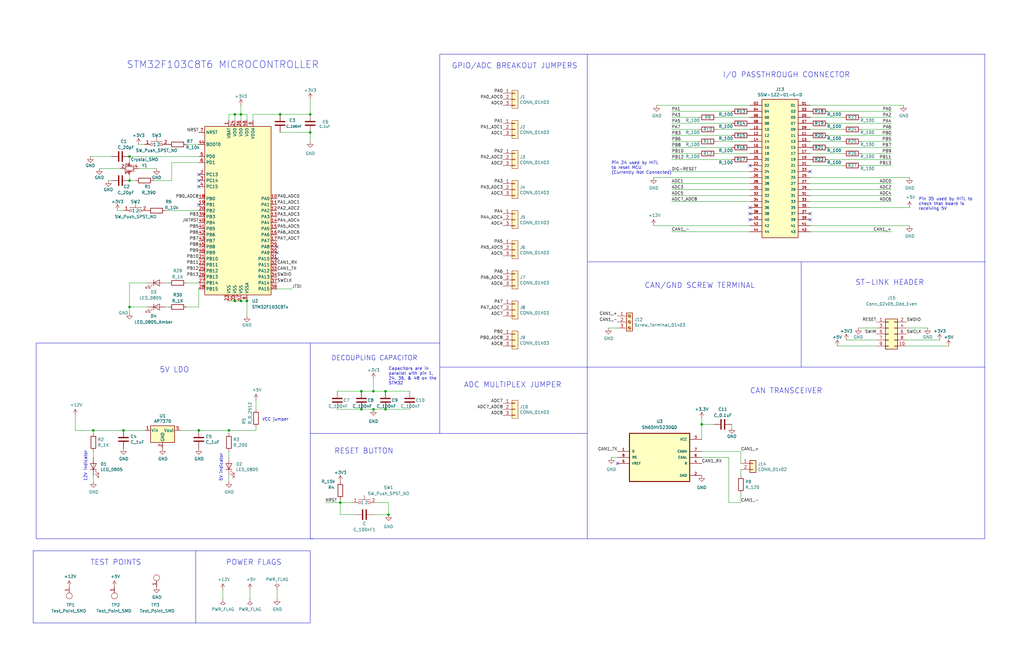
<source format=kicad_sch>
(kicad_sch (version 20230121) (generator eeschema)
  (paper "B")
  (title_block (title "Firmware Tester Board") (date "2022-02-10") (rev "1") (company "Olin Electric Motorsports") (comment 1 "Madison Tong"))
  (junction (at 101.6 127))
  (junction (at 157.48 172.72))
  (junction (at 162.56 172.72))
  (junction (at 54.61 76.2))
  (junction (at 152.4 172.72))
  (junction (at 101.6 48.26))
  (junction (at 143.51 212.09))
  (junction (at 130.81 55.88))
  (junction (at 295.91 179.07))
  (junction (at 96.52 181.61))
  (junction (at 52.07 181.61))
  (junction (at 54.61 129.54))
  (junction (at 130.81 48.26))
  (junction (at 54.61 66.04))
  (junction (at 99.06 48.26))
  (junction (at 163.83 217.17))
  (junction (at 39.37 181.61))
  (junction (at 157.48 165.1))
  (junction (at 83.82 181.61))
  (junction (at 118.11 48.26))
  (junction (at 152.4 165.1))
  (junction (at 99.06 127))
  (junction (at 104.14 127))
  (junction (at 162.56 165.1))
  (no_connect (at 341.63 90.17))
  (no_connect (at 83.82 78.74))
  (no_connect (at 83.82 76.2))
  (no_connect (at 83.82 73.66))
  (no_connect (at 341.63 92.71))
  (no_connect (at 316.23 69.85))
  (no_connect (at 341.63 72.39))
  (no_connect (at 316.23 92.71))
  (no_connect (at 316.23 87.63))
  (no_connect (at 83.82 86.36))
  (no_connect (at 116.84 109.22))
  (no_connect (at 260.35 195.58))
  (no_connect (at 116.84 106.68))
  (no_connect (at 116.84 104.14))
  (no_connect (at 316.23 90.17))
  (wire (pts (xy 62.23 119.38) (xy 54.61 119.38)))
  (wire (pts (xy 101.6 127) (xy 104.14 127)))
  (wire (pts (xy 312.42 195.58) (xy 312.42 190.5)))
  (wire (pts (xy 96.52 200.66) (xy 96.52 203.2)))
  (wire (pts (xy 118.11 55.88) (xy 130.81 55.88)))
  (wire (pts (xy 363.22 69.85) (xy 375.92 69.85)))
  (polyline (pts (xy 415.29 227.33) (xy 247.65 227.33)))
  (polyline (pts (xy 247.65 154.94) (xy 247.65 22.86)))
  (wire (pts (xy 312.42 212.09) (xy 307.34 212.09)))
  (wire (pts (xy 45.72 76.2) (xy 46.99 76.2)))
  (polyline (pts (xy 185.42 154.94) (xy 247.65 154.94)))
  (polyline (pts (xy 130.81 262.89) (xy 130.81 232.41)))
  (wire (pts (xy 39.37 182.88) (xy 39.37 181.61)))
  (wire (pts (xy 83.82 129.54) (xy 83.82 121.92)))
  (wire (pts (xy 283.21 77.47) (xy 316.23 77.47)))
  (wire (pts (xy 308.61 179.07) (xy 308.61 180.34)))
  (wire (pts (xy 341.63 69.85) (xy 355.6 69.85)))
  (wire (pts (xy 152.4 172.72) (xy 157.48 172.72)))
  (wire (pts (xy 104.14 127) (xy 104.14 133.35)))
  (wire (pts (xy 363.22 54.61) (xy 375.92 54.61)))
  (wire (pts (xy 341.63 54.61) (xy 355.6 54.61)))
  (polyline (pts (xy 415.29 154.94) (xy 415.29 227.33)))
  (wire (pts (xy 349.25 62.23) (xy 375.92 62.23)))
  (wire (pts (xy 143.51 212.09) (xy 148.59 212.09)))
  (wire (pts (xy 382.27 143.51) (xy 396.24 143.51)))
  (polyline (pts (xy 247.65 22.86) (xy 415.29 22.86)))
  (wire (pts (xy 58.42 60.96) (xy 60.96 60.96)))
  (wire (pts (xy 54.61 129.54) (xy 54.61 132.08)))
  (polyline (pts (xy 130.81 144.78) (xy 130.81 227.33)))
  (wire (pts (xy 72.39 68.58) (xy 83.82 68.58)))
  (wire (pts (xy 99.06 48.26) (xy 96.52 48.26)))
  (wire (pts (xy 106.68 48.26) (xy 118.11 48.26)))
  (polyline (pts (xy 130.81 227.33) (xy 132.08 227.33)))
  (polyline (pts (xy 247.65 110.49) (xy 415.29 110.49)))
  (wire (pts (xy 307.34 212.09) (xy 307.34 193.04)))
  (wire (pts (xy 341.63 95.25) (xy 383.54 95.25)))
  (wire (pts (xy 363.22 64.77) (xy 375.92 64.77)))
  (wire (pts (xy 96.52 190.5) (xy 96.52 193.04)))
  (wire (pts (xy 99.06 127) (xy 101.6 127)))
  (wire (pts (xy 341.63 77.47) (xy 375.92 77.47)))
  (wire (pts (xy 106.68 50.8) (xy 106.68 48.26)))
  (wire (pts (xy 78.74 60.96) (xy 83.82 60.96)))
  (polyline (pts (xy 185.42 144.78) (xy 130.81 144.78)))
  (polyline (pts (xy 185.42 22.86) (xy 185.42 182.88)))
  (wire (pts (xy 162.56 165.1) (xy 157.48 165.1)))
  (wire (pts (xy 99.06 48.26) (xy 101.6 48.26)))
  (wire (pts (xy 57.15 76.2) (xy 54.61 76.2)))
  (wire (pts (xy 349.25 57.15) (xy 375.92 57.15)))
  (wire (pts (xy 162.56 172.72) (xy 172.72 172.72)))
  (wire (pts (xy 361.95 138.43) (xy 369.57 138.43)))
  (wire (pts (xy 72.39 76.2) (xy 72.39 68.58)))
  (polyline (pts (xy 130.81 182.88) (xy 185.42 182.88)))
  (wire (pts (xy 69.85 119.38) (xy 71.12 119.38)))
  (wire (pts (xy 312.42 208.28) (xy 312.42 212.09)))
  (wire (pts (xy 341.63 87.63) (xy 383.54 87.63)))
  (wire (pts (xy 69.85 88.9) (xy 83.82 88.9)))
  (wire (pts (xy 107.95 181.61) (xy 107.95 180.34)))
  (wire (pts (xy 283.21 67.31) (xy 308.61 67.31)))
  (wire (pts (xy 275.59 74.93) (xy 316.23 74.93)))
  (wire (pts (xy 295.91 176.53) (xy 295.91 179.07)))
  (wire (pts (xy 302.26 59.69) (xy 316.23 59.69)))
  (wire (pts (xy 101.6 48.26) (xy 104.14 48.26)))
  (wire (pts (xy 341.63 59.69) (xy 355.6 59.69)))
  (wire (pts (xy 54.61 66.04) (xy 54.61 68.58)))
  (polyline (pts (xy 15.24 144.78) (xy 130.81 144.78)))
  (wire (pts (xy 349.25 46.99) (xy 375.92 46.99)))
  (wire (pts (xy 276.86 44.45) (xy 316.23 44.45)))
  (wire (pts (xy 283.21 52.07) (xy 308.61 52.07)))
  (polyline (pts (xy 415.29 154.94) (xy 247.65 154.94)))
  (wire (pts (xy 118.11 48.26) (xy 130.81 48.26)))
  (wire (pts (xy 163.83 212.09) (xy 163.83 217.17)))
  (wire (pts (xy 107.95 168.91) (xy 107.95 172.72)))
  (wire (pts (xy 283.21 54.61) (xy 294.64 54.61)))
  (wire (pts (xy 162.56 165.1) (xy 172.72 165.1)))
  (wire (pts (xy 312.42 198.12) (xy 312.42 200.66)))
  (polyline (pts (xy 247.65 22.86) (xy 185.42 22.86)))
  (wire (pts (xy 143.51 217.17) (xy 149.86 217.17)))
  (polyline (pts (xy 82.55 232.41) (xy 82.55 262.89)))
  (wire (pts (xy 143.51 210.82) (xy 143.51 212.09)))
  (wire (pts (xy 76.2 181.61) (xy 83.82 181.61)))
  (wire (pts (xy 60.96 181.61) (xy 52.07 181.61)))
  (wire (pts (xy 104.14 48.26) (xy 104.14 50.8)))
  (polyline (pts (xy 13.97 262.89) (xy 130.81 262.89)))
  (wire (pts (xy 341.63 97.79) (xy 375.92 97.79)))
  (wire (pts (xy 152.4 165.1) (xy 157.48 165.1)))
  (wire (pts (xy 69.85 129.54) (xy 71.12 129.54)))
  (wire (pts (xy 157.48 217.17) (xy 163.83 217.17)))
  (wire (pts (xy 283.21 72.39) (xy 316.23 72.39)))
  (polyline (pts (xy 129.54 232.41) (xy 13.97 232.41)))
  (wire (pts (xy 353.06 146.05) (xy 369.57 146.05)))
  (wire (pts (xy 130.81 55.88) (xy 130.81 59.69)))
  (wire (pts (xy 157.48 160.02) (xy 157.48 165.1)))
  (wire (pts (xy 39.37 200.66) (xy 39.37 203.2)))
  (polyline (pts (xy 415.29 22.86) (xy 415.29 154.94)))
  (wire (pts (xy 157.48 172.72) (xy 162.56 172.72)))
  (wire (pts (xy 349.25 52.07) (xy 375.92 52.07)))
  (wire (pts (xy 312.42 190.5) (xy 295.91 190.5)))
  (polyline (pts (xy 337.82 110.49) (xy 337.82 154.94)))
  (wire (pts (xy 78.74 129.54) (xy 83.82 129.54)))
  (wire (pts (xy 62.23 129.54) (xy 54.61 129.54)))
  (wire (pts (xy 341.63 64.77) (xy 355.6 64.77)))
  (wire (pts (xy 96.52 182.88) (xy 96.52 181.61)))
  (wire (pts (xy 283.21 85.09) (xy 316.23 85.09)))
  (wire (pts (xy 66.04 71.12) (xy 58.42 71.12)))
  (wire (pts (xy 49.53 88.9) (xy 52.07 88.9)))
  (wire (pts (xy 283.21 49.53) (xy 294.64 49.53)))
  (wire (pts (xy 46.99 66.04) (xy 38.1 66.04)))
  (wire (pts (xy 283.21 62.23) (xy 308.61 62.23)))
  (wire (pts (xy 341.63 74.93) (xy 383.54 74.93)))
  (wire (pts (xy 355.6 49.53) (xy 341.63 49.53)))
  (wire (pts (xy 78.74 119.38) (xy 83.82 119.38)))
  (wire (pts (xy 54.61 66.04) (xy 83.82 66.04)))
  (polyline (pts (xy 15.24 144.78) (xy 15.24 227.33)))
  (wire (pts (xy 130.81 48.26) (xy 130.81 41.91)))
  (wire (pts (xy 143.51 212.09) (xy 143.51 217.17)))
  (wire (pts (xy 39.37 190.5) (xy 39.37 193.04)))
  (wire (pts (xy 93.98 248.92) (xy 93.98 252.73)))
  (wire (pts (xy 382.27 138.43) (xy 391.16 138.43)))
  (wire (pts (xy 101.6 44.45) (xy 101.6 48.26)))
  (wire (pts (xy 142.24 172.72) (xy 152.4 172.72)))
  (wire (pts (xy 382.27 146.05) (xy 400.05 146.05)))
  (polyline (pts (xy 185.42 182.88) (xy 247.65 182.88)))
  (wire (pts (xy 163.83 212.09) (xy 158.75 212.09)))
  (wire (pts (xy 307.34 193.04) (xy 295.91 193.04)))
  (wire (pts (xy 31.75 181.61) (xy 31.75 175.26)))
  (wire (pts (xy 295.91 179.07) (xy 295.91 185.42)))
  (wire (pts (xy 283.21 64.77) (xy 294.64 64.77)))
  (wire (pts (xy 39.37 181.61) (xy 52.07 181.61)))
  (polyline (pts (xy 130.81 232.41) (xy 129.54 232.41)))
  (wire (pts (xy 96.52 127) (xy 99.06 127)))
  (wire (pts (xy 283.21 46.99) (xy 308.61 46.99)))
  (wire (pts (xy 275.59 95.25) (xy 316.23 95.25)))
  (wire (pts (xy 363.22 49.53) (xy 375.92 49.53)))
  (wire (pts (xy 123.19 121.92) (xy 116.84 121.92)))
  (wire (pts (xy 356.87 143.51) (xy 369.57 143.51)))
  (wire (pts (xy 341.63 80.01) (xy 375.92 80.01)))
  (wire (pts (xy 99.06 50.8) (xy 99.06 48.26)))
  (wire (pts (xy 283.21 80.01) (xy 316.23 80.01)))
  (wire (pts (xy 101.6 48.26) (xy 101.6 50.8)))
  (wire (pts (xy 302.26 49.53) (xy 316.23 49.53)))
  (polyline (pts (xy 247.65 227.33) (xy 247.65 154.94)))
  (wire (pts (xy 341.63 44.45) (xy 381 44.45)))
  (wire (pts (xy 283.21 59.69) (xy 294.64 59.69)))
  (wire (pts (xy 363.22 59.69) (xy 375.92 59.69)))
  (wire (pts (xy 341.63 82.55) (xy 375.92 82.55)))
  (wire (pts (xy 83.82 181.61) (xy 96.52 181.61)))
  (wire (pts (xy 96.52 181.61) (xy 107.95 181.61)))
  (wire (pts (xy 283.21 57.15) (xy 308.61 57.15)))
  (wire (pts (xy 302.26 64.77) (xy 316.23 64.77)))
  (wire (pts (xy 116.84 248.92) (xy 116.84 252.73)))
  (wire (pts (xy 137.16 212.09) (xy 143.51 212.09)))
  (wire (pts (xy 105.41 252.73) (xy 105.41 248.92)))
  (wire (pts (xy 283.21 97.79) (xy 316.23 97.79)))
  (wire (pts (xy 54.61 119.38) (xy 54.61 129.54)))
  (wire (pts (xy 295.91 179.07) (xy 300.99 179.07)))
  (wire (pts (xy 341.63 85.09) (xy 375.92 85.09)))
  (wire (pts (xy 50.8 71.12) (xy 41.91 71.12)))
  (wire (pts (xy 142.24 165.1) (xy 152.4 165.1)))
  (wire (pts (xy 54.61 73.66) (xy 54.61 76.2)))
  (wire (pts (xy 349.25 67.31) (xy 375.92 67.31)))
  (wire (pts (xy 64.77 76.2) (xy 72.39 76.2)))
  (wire (pts (xy 260.35 193.04) (xy 257.81 193.04)))
  (wire (pts (xy 96.52 48.26) (xy 96.52 50.8)))
  (polyline (pts (xy 13.97 232.41) (xy 13.97 262.89)))
  (wire (pts (xy 283.21 82.55) (xy 316.23 82.55)))
  (polyline (pts (xy 15.24 227.33) (xy 247.65 227.33)))
  (wire (pts (xy 31.75 181.61) (xy 39.37 181.61)))
  (wire (pts (xy 302.26 54.61) (xy 316.23 54.61)))
  (wire (pts (xy 256.54 138.43) (xy 260.35 138.43)))
  (text "5V LDO" (at 67.31 157.48 0) (effects (font (size 2.2606 2.2606)) (justify left bottom)))
  (text "ADC MULTIPLEX JUMPER" (at 195.58 163.83 0) (effects (font (size 2.2606 2.2606)) (justify left bottom)))
  (text "CAN/GND SCREW TERMINAL" (at 271.78 121.92 0) (effects (font (size 2.2606 2.2606)) (justify left bottom)))
  (text "Capacitors are in \nparallel with pin 1,\n24, 36, & 48 on the \nSTM32\n" (at 163.83 162.56 0) (effects (font (size 1.27 1.27)) (justify left bottom)))
  (text "ST-LINK HEADER" (at 360.68 120.65 0) (effects (font (size 2.2606 2.2606)) (justify left bottom)))
  (text "Pin 24 used by HITL\nto reset MCU\n(Currently Not Connected)\n" (at 257.81 73.66 0) (effects (font (size 1.27 1.27)) (justify left bottom)))
  (text "TEST POINTS" (at 38.1 238.76 0) (effects (font (size 2.2606 2.2606)) (justify left bottom)))
  (text "CAN TRANSCEIVER\n" (at 316.23 166.37 0) (effects (font (size 2.2606 2.2606)) (justify left bottom)))
  (text "GPIO/ADC BREAKOUT JUMPERS" (at 190.5 29.21 0) (effects (font (size 2.2606 2.2606)) (justify left bottom)))
  (text "I/O PASSTHROUGH CONNECTOR" (at 304.8 33.02 0) (effects (font (size 2.2606 2.2606)) (justify left bottom)))
  (text "Pin 35 used by HITL to\ncheck that board is\nreceiving 5V" (at 387.35 88.9 0) (effects (font (size 1.27 1.27)) (justify left bottom)))
  (text "POWER FLAGS\n" (at 95.25 238.76 0) (effects (font (size 2.2606 2.2606)) (justify left bottom)))
  (text "5V indicator" (at 93.98 203.2 90) (effects (font (size 1.27 1.27)) (justify left bottom)))
  (text "STM32F103C8T6 MICROCONTROLLER\n" (at 53.34 29.21 0) (effects (font (size 3 3)) (justify left bottom)))
  (text "VCC jumper" (at 110.49 177.8 0) (effects (font (size 1.27 1.27)) (justify left bottom)))
  (text "DECOUPLING CAPACITOR" (at 139.7 152.4 0) (effects (font (size 2 2)) (justify left bottom)))
  (text "RESET BUTTON" (at 140.97 191.77 0) (effects (font (size 2.2606 2.2606)) (justify left bottom)))
  (text "12V indicator" (at 36.83 203.2 90) (effects (font (size 1.27 1.27)) (justify left bottom)))
  (label "PB5" (at 83.82 96.52 180))
  (label "PA4_ADC4" (at 116.84 93.98 0))
  (label "ADC1" (at 283.21 77.47 0))
  (label "PA0_ADC0" (at 116.84 83.82 0))
  (label "PA1_ADC1" (at 116.84 86.36 0))
  (label "CAN1_RX" (at 295.91 195.58 0))
  (label "ADC4" (at 375.92 82.55 180))
  (label "PA1" (at 283.21 46.99 0))
  (label "DIG-RESET" (at 283.21 72.39 0))
  (label "NRST" (at 83.82 55.88 180))
  (label "PA2_ADC2" (at 212.09 67.31 180))
  (label "ADC0" (at 212.09 44.45 180))
  (label "ADC0" (at 375.92 77.47 180))
  (label "PA6_ADC6" (at 116.84 99.06 0))
  (label "PB6" (at 83.82 99.06 180))
  (label "SWCLK" (at 382.27 140.97 0))
  (label "CAN1_-" (at 312.42 212.09 0))
  (label "PB3" (at 83.82 91.44 180))
  (label "JNTRST" (at 83.82 93.98 180))
  (label "CAN1_-" (at 283.21 97.79 0))
  (label "PA0_ADC0" (at 212.09 41.91 180))
  (label "PA5" (at 212.09 102.87 180))
  (label "ADC7_ADC8" (at 283.21 85.09 0))
  (label "PB13" (at 83.82 116.84 180))
  (label "PB10" (at 83.82 109.22 180))
  (label "ADC2" (at 375.92 80.01 180))
  (label "ADC7" (at 212.09 170.18 180))
  (label "NRST" (at 137.16 212.09 0))
  (label "ADC8" (at 212.09 175.26 180))
  (label "PB11" (at 83.82 111.76 180))
  (label "RESET" (at 369.57 135.89 180))
  (label "CAN1_+" (at 375.92 97.79 180))
  (label "SWDIO" (at 116.84 116.84 0))
  (label "PB0" (at 212.09 140.97 180))
  (label "PB10" (at 283.21 64.77 0))
  (label "PA3" (at 283.21 49.53 0))
  (label "PB0_ADC8" (at 83.82 83.82 180))
  (label "ADC7" (at 212.09 133.35 180))
  (label "PB9" (at 375.92 64.77 180))
  (label "PB0_ADC8" (at 212.09 143.51 180))
  (label "PA4_ADC4" (at 212.09 92.71 180))
  (label "PA7" (at 212.09 128.27 180))
  (label "PB12" (at 83.82 114.3 180))
  (label "PA2" (at 375.92 49.53 180))
  (label "PA5_ADC5" (at 116.84 96.52 0))
  (label "ADC1" (at 212.09 57.15 180))
  (label "SWDIO" (at 382.27 135.89 0))
  (label "PA6" (at 375.92 54.61 180))
  (label "PA5" (at 283.21 52.07 0))
  (label "SWIM" (at 369.57 140.97 180))
  (label "PB9" (at 83.82 106.68 180))
  (label "JTDI" (at 123.19 121.92 0))
  (label "PA1_ADC1" (at 212.09 54.61 180))
  (label "PB0" (at 375.92 57.15 180))
  (label "PB5" (at 375.92 59.69 180))
  (label "PB8" (at 283.21 62.23 0))
  (label "PB12" (at 283.21 67.31 0))
  (label "PA2" (at 212.09 64.77 180))
  (label "PB7" (at 375.92 62.23 180))
  (label "CAN1_RX" (at 116.84 111.76 0))
  (label "ADC4" (at 212.09 95.25 180))
  (label "PA0" (at 375.92 46.99 180))
  (label "PA6_ADC6" (at 212.09 118.11 180))
  (label "PA0" (at 212.09 39.37 180))
  (label "CAN1_-" (at 260.35 135.89 180))
  (label "SWCLK" (at 116.84 119.38 0))
  (label "PA3" (at 212.09 77.47 180))
  (label "ADC6" (at 212.09 120.65 180))
  (label "PA7" (at 283.21 54.61 0))
  (label "PA4" (at 212.09 90.17 180))
  (label "ADC5" (at 212.09 107.95 180))
  (label "CAN1_TX" (at 260.35 190.5 180))
  (label "ADC5" (at 283.21 82.55 0))
  (label "PB3" (at 283.21 57.15 0))
  (label "PA3_ADC3" (at 212.09 80.01 180))
  (label "PB11" (at 375.92 67.31 180))
  (label "PA7_ADC7" (at 116.84 101.6 0))
  (label "PA5_ADC5" (at 212.09 105.41 180) (effects (font italic)))
  (label "ADC6" (at 375.92 85.09 180))
  (label "CAN1_+" (at 260.35 133.35 180))
  (label "ADC3" (at 283.21 80.01 0))
  (label "PA1" (at 212.09 52.07 180))
  (label "PA4" (at 375.92 52.07 180))
  (label "PB7" (at 83.82 101.6 180))
  (label "ADC2" (at 212.09 69.85 180))
  (label "PA2_ADC2" (at 116.84 88.9 0))
  (label "PA7_ADC7" (at 212.09 130.81 180))
  (label "PB6" (at 283.21 59.69 0))
  (label "CAN1_+" (at 312.42 190.5 0))
  (label "PA6" (at 212.09 115.57 180))
  (label "ADC8" (at 212.09 146.05 180))
  (label "ADC7_ADC8" (at 212.09 172.72 180))
  (label "PA3_ADC3" (at 116.84 91.44 0))
  (label "PB8" (at 83.82 104.14 180))
  (label "ADC3" (at 212.09 82.55 180))
  (label "CAN1_TX" (at 116.84 114.3 0))
  (label "PB13" (at 375.92 69.85 180))
  (symbol (lib_id "power:GND") (at 116.84 252.73 0) (unit 1)
    (property "Reference" "#PWR031" (effects hide))
    (property "Value" "GND" (at 116.967 257.1242 0))
  )
  (symbol (lib_id "power:PWR_FLAG") (at 93.98 252.73 180) (unit 1)
    (property "Reference" "#FLG01" (effects hide))
    (property "Value" "PWR_FLAG" (at 93.98 257.1496 0))
  )
  (symbol (lib_id "power:PWR_FLAG") (at 105.41 252.73 180) (unit 1)
    (property "Reference" "#FLG02" (effects hide))
    (property "Value" "PWR_FLAG" (at 105.41 257.1496 0))
  )
  (symbol (lib_id "power:PWR_FLAG") (at 116.84 248.92 0) (unit 1)
    (property "Reference" "#FLG03" (effects hide))
    (property "Value" "PWR_FLAG" (at 116.84 244.5004 0))
  )
  (symbol (lib_id "power:+5V") (at 105.41 248.92 0) (unit 1)
    (property "Reference" "#PWR030" (effects hide))
    (property "Value" "+5V" (at 105.791 244.5258 0))
  )
  (symbol (lib_id "formula:CONN_01X03") (at 218.44 80.01 0) (unit 1)
    (property "Reference" "J4" (at 219.1512 78.9686 0) (effects (justify left)))
    (property "Value" "CONN_01X03" (at 219.1512 81.28 0) (effects (justify left)))
    (property "Footprint" "footprints:PinHeader_1x03_P2.54mm_Vertical" (effects hide))
    (property "Datasheet" "https://www.mouser.com/datasheet/2/181/M20-999-1218971.pdf" (effects hide))
    (property "MFN" "Mouser" (effects hide))
    (property "MPN" "855-M20-9990346" (effects hide))
    (property "PurchasingLink" "https://www.mouser.com/ProductDetail/Harwin/M20-9990346?qs=sGAEpiMZZMs%252bGHln7q6pmzlZUuX%2f53qj1ROyRKct5o4%3d" (effects hide))
  )
  (symbol (lib_id "formula:CONN_01X03") (at 218.44 92.71 0) (unit 1)
    (property "Reference" "J5" (at 219.1512 91.6686 0) (effects (justify left)))
    (property "Value" "CONN_01X03" (at 219.1512 93.98 0) (effects (justify left)))
    (property "Footprint" "footprints:PinHeader_1x03_P2.54mm_Vertical" (effects hide))
    (property "Datasheet" "https://www.mouser.com/datasheet/2/181/M20-999-1218971.pdf" (effects hide))
    (property "MFN" "Mouser" (effects hide))
    (property "MPN" "855-M20-9990346" (effects hide))
    (property "PurchasingLink" "https://www.mouser.com/ProductDetail/Harwin/M20-9990346?qs=sGAEpiMZZMs%252bGHln7q6pmzlZUuX%2f53qj1ROyRKct5o4%3d" (effects hide))
  )
  (symbol (lib_id "formula:CONN_01X03") (at 218.44 105.41 0) (unit 1)
    (property "Reference" "J6" (at 219.1512 104.3686 0) (effects (justify left)))
    (property "Value" "CONN_01X03" (at 219.1512 106.68 0) (effects (justify left)))
    (property "Footprint" "footprints:PinHeader_1x03_P2.54mm_Vertical" (effects hide))
    (property "Datasheet" "https://www.mouser.com/datasheet/2/181/M20-999-1218971.pdf" (effects hide))
    (property "MFN" "Mouser" (effects hide))
    (property "MPN" "855-M20-9990346" (effects hide))
    (property "PurchasingLink" "https://www.mouser.com/ProductDetail/Harwin/M20-9990346?qs=sGAEpiMZZMs%252bGHln7q6pmzlZUuX%2f53qj1ROyRKct5o4%3d" (effects hide))
  )
  (symbol (lib_id "formula:CONN_01X03") (at 218.44 67.31 0) (unit 1)
    (property "Reference" "J3" (at 219.1512 66.2686 0) (effects (justify left)))
    (property "Value" "CONN_01X03" (at 219.1512 68.58 0) (effects (justify left)))
    (property "Footprint" "footprints:PinHeader_1x03_P2.54mm_Vertical" (effects hide))
    (property "Datasheet" "https://www.mouser.com/datasheet/2/181/M20-999-1218971.pdf" (effects hide))
    (property "MFN" "Mouser" (effects hide))
    (property "MPN" "855-M20-9990346" (effects hide))
    (property "PurchasingLink" "https://www.mouser.com/ProductDetail/Harwin/M20-9990346?qs=sGAEpiMZZMs%252bGHln7q6pmzlZUuX%2f53qj1ROyRKct5o4%3d" (effects hide))
  )
  (symbol (lib_id "formula:CONN_01X03") (at 218.44 118.11 0) (unit 1)
    (property "Reference" "J7" (at 219.1512 117.0686 0) (effects (justify left)))
    (property "Value" "CONN_01X03" (at 219.1512 119.38 0) (effects (justify left)))
    (property "Footprint" "footprints:PinHeader_1x03_P2.54mm_Vertical" (effects hide))
    (property "Datasheet" "https://www.mouser.com/datasheet/2/181/M20-999-1218971.pdf" (effects hide))
    (property "MFN" "Mouser" (effects hide))
    (property "MPN" "855-M20-9990346" (effects hide))
    (property "PurchasingLink" "https://www.mouser.com/ProductDetail/Harwin/M20-9990346?qs=sGAEpiMZZMs%252bGHln7q6pmzlZUuX%2f53qj1ROyRKct5o4%3d" (effects hide))
  )
  (symbol (lib_id "formula:CONN_01X03") (at 218.44 130.81 0) (unit 1)
    (property "Reference" "J8" (at 219.1512 129.7686 0) (effects (justify left)))
    (property "Value" "CONN_01X03" (at 219.1512 132.08 0) (effects (justify left)))
    (property "Footprint" "footprints:PinHeader_1x03_P2.54mm_Vertical" (effects hide))
    (property "Datasheet" "https://www.mouser.com/datasheet/2/181/M20-999-1218971.pdf" (effects hide))
    (property "MFN" "Mouser" (effects hide))
    (property "MPN" "855-M20-9990346" (effects hide))
    (property "PurchasingLink" "https://www.mouser.com/ProductDetail/Harwin/M20-9990346?qs=sGAEpiMZZMs%252bGHln7q6pmzlZUuX%2f53qj1ROyRKct5o4%3d" (effects hide))
  )
  (symbol (lib_id "formula:CONN_01X03") (at 218.44 143.51 0) (unit 1)
    (property "Reference" "J9" (at 219.1512 142.4686 0) (effects (justify left)))
    (property "Value" "CONN_01X03" (at 219.1512 144.78 0) (effects (justify left)))
    (property "Footprint" "footprints:PinHeader_1x03_P2.54mm_Vertical" (effects hide))
    (property "Datasheet" "https://www.mouser.com/datasheet/2/181/M20-999-1218971.pdf" (effects hide))
    (property "MFN" "Mouser" (effects hide))
    (property "MPN" "855-M20-9990346" (effects hide))
    (property "PurchasingLink" "https://www.mouser.com/ProductDetail/Harwin/M20-9990346?qs=sGAEpiMZZMs%252bGHln7q6pmzlZUuX%2f53qj1ROyRKct5o4%3d" (effects hide))
  )
  (symbol (lib_id "formula:CONN_01X03") (at 218.44 41.91 0) (unit 1)
    (property "Reference" "J1" (at 219.1512 40.8686 0) (effects (justify left)))
    (property "Value" "CONN_01X03" (at 219.1512 43.18 0) (effects (justify left)))
    (property "Footprint" "footprints:PinHeader_1x03_P2.54mm_Vertical" (effects hide))
    (property "Datasheet" "https://www.mouser.com/datasheet/2/181/M20-999-1218971.pdf" (effects hide))
    (property "MFN" "Mouser" (effects hide))
    (property "MPN" "855-M20-9990346" (effects hide))
    (property "PurchasingLink" "https://www.mouser.com/ProductDetail/Harwin/M20-9990346?qs=sGAEpiMZZMs%252bGHln7q6pmzlZUuX%2f53qj1ROyRKct5o4%3d" (effects hide))
  )
  (symbol (lib_id "Connector:Screw_Terminal_01x03") (at 265.43 135.89 0) (unit 1)
    (property "Reference" "J12" (at 267.462 134.8232 0) (effects (justify left)))
    (property "Value" "Screw_Terminal_01x03" (at 267.462 137.1346 0) (effects (justify left)))
    (property "Footprint" "TerminalBlock_Phoenix:TerminalBlock_Phoenix_MKDS-1,5-3_1x03_P5.00mm_Horizontal" (effects hide))
  )
  (symbol (lib_id "power:GND") (at 256.54 138.43 0) (unit 1)
    (property "Reference" "#PWR026" (effects hide))
    (property "Value" "GND" (at 256.667 142.8242 0))
  )
  (symbol (lib_id "formula:SW_Push_SPST_NO") (at 153.67 212.09 0) (unit 1)
    (property "Reference" "SW1" (at 163.83 205.74 0))
    (property "Value" "SW_Push_SPST_NO" (at 163.83 208.28 0))
    (property "Footprint" "footprints:SW_B3U-1000P_4.2x1.7mm" (effects hide))
    (property "Datasheet" "https://omronfs.omron.com/en_US/ecb/products/pdf/en-b3u.pdf" (effects hide))
    (property "MFN" "DK" (effects hide))
    (property "MPN" "SW1020CT-ND" (effects hide))
    (property "PurchasingLink" "https://www.digikey.com/product-detail/en/omron-electronics-inc-emc-div/B3U-1000P/SW1020CT-ND/1534357A" (effects hide))
  )
  (symbol (lib_id "formula:CONN_01X03") (at 218.44 54.61 0) (unit 1)
    (property "Reference" "J2" (at 219.1512 53.5686 0) (effects (justify left)))
    (property "Value" "CONN_01X03" (at 219.1512 55.88 0) (effects (justify left)))
    (property "Footprint" "footprints:PinHeader_1x03_P2.54mm_Vertical" (effects hide))
    (property "Datasheet" "https://www.mouser.com/datasheet/2/181/M20-999-1218971.pdf" (effects hide))
    (property "MFN" "Mouser" (effects hide))
    (property "MPN" "855-M20-9990346" (effects hide))
    (property "PurchasingLink" "https://www.mouser.com/ProductDetail/Harwin/M20-9990346?qs=sGAEpiMZZMs%252bGHln7q6pmzlZUuX%2f53qj1ROyRKct5o4%3d" (effects hide))
  )
  (symbol (lib_id "formula:SSW-122-01-G-D") (at 328.93 72.39 0) (unit 1)
    (property "Reference" "J13" (at 328.93 37.6682 0))
    (property "Value" "SSW-122-01-G-D" (at 328.93 39.9796 0))
    (property "Footprint" "footprints:SAMTEC_SSW-122-01-G-D" (effects hide))
    (property "Datasheet" "http://suddendocs.samtec.com/prints/ssw-d.pdf" (effects hide))
    (property "MFN" "Würth Elektronik" (effects hide))
    (property "MPN" "61304421121" (effects hide))
    (property "PurchasingLink" "https://www.digikey.com/en/products/detail/w%C3%BCrth-elektronik/61304421121/4846887" (effects hide))
  )
  (symbol (lib_id "power:GND") (at 276.86 44.45 0) (unit 1)
    (property "Reference" "#PWR028" (effects hide))
    (property "Value" "GND" (at 276.987 48.8442 0))
  )
  (symbol (lib_id "power:GND") (at 381 44.45 0) (unit 1)
    (property "Reference" "#PWR035" (effects hide))
    (property "Value" "GND" (at 381.127 48.8442 0))
  )
  (symbol (lib_id "power:GND") (at 275.59 74.93 0) (unit 1)
    (property "Reference" "#PWR024" (effects hide))
    (property "Value" "GND" (at 275.717 79.3242 0))
  )
  (symbol (lib_id "power:GND") (at 383.54 74.93 0) (unit 1)
    (property "Reference" "#PWR036" (effects hide))
    (property "Value" "GND" (at 383.667 79.3242 0))
  )
  (symbol (lib_id "formula:AP7370") (at 68.58 181.61 0) (unit 1)
    (property "Reference" "U1" (at 68.58 175.4632 0))
    (property "Value" "AP7370" (at 68.58 177.7746 0))
    (property "Footprint" "footprints:SOT-23-5" (effects hide))
    (property "Datasheet" "https://www.diodes.com/assets/Datasheets/AP7370.pdf" (effects hide))
    (property "MFN" "DK" (effects hide))
    (property "MPN" "AP7370-50W5-7DICT-ND" (effects hide))
    (property "PurchasingLink" "https://www.digikey.com/en/products/detail/diodes-incorporated/AP7370-50W5-7/10235827" (effects hide))
  )
  (symbol (lib_id "power:+5V") (at 107.95 168.91 0) (unit 1)
    (property "Reference" "#PWR014" (effects hide))
    (property "Value" "+5V" (at 108.331 164.5158 0))
  )
  (symbol (lib_id "power:GND") (at 68.58 189.23 0) (unit 1)
    (property "Reference" "#PWR010" (effects hide))
    (property "Value" "GND" (at 68.707 193.6242 0))
  )
  (symbol (lib_id "formula:LED_0805") (at 39.37 196.85 90) (unit 1)
    (property "Reference" "D1" (at 42.3418 195.8594 90) (effects (justify right)))
    (property "Value" "LED_0805" (at 42.3418 198.1708 90) (effects (justify right)))
    (property "Footprint" "footprints:LED_0805_OEM" (effects hide))
    (property "Datasheet" "http://www.osram-os.com/Graphics/XPic9/00078860_0.pdf" (effects hide))
    (property "MFN" "DK" (effects hide))
    (property "MPN" "475-1410-1-ND" (effects hide))
    (property "PurchasingLink" "https://www.digikey.com/products/en?keywords=475-1410-1-ND" (effects hide))
  )
  (symbol (lib_id "power:GND") (at 39.37 203.2 0) (unit 1)
    (property "Reference" "#PWR05" (effects hide))
    (property "Value" "GND" (at 39.497 207.5942 0))
  )
  (symbol (lib_id "formula:R_1K") (at 39.37 186.69 0) (unit 1)
    (property "Reference" "R2" (at 41.148 185.5216 0) (effects (justify left)))
    (property "Value" "R_1K" (at 41.148 187.833 0) (effects (justify left)))
    (property "Footprint" "footprints:R_0805_OEM" (effects hide))
    (property "Datasheet" "https://www.seielect.com/Catalog/SEI-rncp.pdf" (effects hide))
    (property "MFN" "DK" (effects hide))
    (property "MPN" "RNCP0805FTD1K00CT-ND" (effects hide))
    (property "PurchasingLink" "https://www.digikey.com/products/en?keywords=RNCP0805FTD1K00CT-ND" (effects hide))
  )
  (symbol (lib_id "formula:C_1uF") (at 52.07 186.69 0) (unit 1)
    (property "Reference" "C4" (at 54.991 184.2516 0) (effects (justify left)))
    (property "Value" "C_1uF" (at 54.991 186.563 0) (effects (justify left)))
    (property "Footprint" "footprints:C_0805_OEM" (effects hide))
    (property "Datasheet" "https://www.yageo.com/upload/media/product/productsearch/datasheet/mlcc/UPY-GPHC_Y5V_6.3V-to-50V_9.pdf" (effects hide))
    (property "PurchasingLink" "https://www.digikey.com/product-detail/en/yageo/CC0805ZKY5V9BB105/311-1909-1-ND/5195811#images" (effects hide))
  )
  (symbol (lib_id "power:GND") (at 52.07 189.23 0) (unit 1)
    (property "Reference" "#PWR07" (effects hide))
    (property "Value" "GND" (at 52.197 193.6242 0))
  )
  (symbol (lib_id "formula:C_1uF") (at 83.82 186.69 0) (unit 1)
    (property "Reference" "C5" (at 86.741 184.2516 0) (effects (justify left)))
    (property "Value" "C_1uF" (at 86.741 186.563 0) (effects (justify left)))
    (property "Footprint" "footprints:C_0805_OEM" (effects hide))
    (property "Datasheet" "https://www.yageo.com/upload/media/product/productsearch/datasheet/mlcc/UPY-GPHC_Y5V_6.3V-to-50V_9.pdf" (effects hide))
    (property "PurchasingLink" "https://www.digikey.com/product-detail/en/yageo/CC0805ZKY5V9BB105/311-1909-1-ND/5195811#images" (effects hide))
  )
  (symbol (lib_id "power:GND") (at 83.82 189.23 0) (unit 1)
    (property "Reference" "#PWR011" (effects hide))
    (property "Value" "GND" (at 83.947 193.6242 0))
  )
  (symbol (lib_id "formula:R_200") (at 96.52 186.69 0) (unit 1)
    (property "Reference" "R3" (at 98.298 185.5216 0) (effects (justify left)))
    (property "Value" "R_200" (at 98.298 187.833 0) (effects (justify left)))
    (property "Footprint" "footprints:R_0805_OEM" (effects hide))
    (property "Datasheet" "https://www.seielect.com/Catalog/SEI-RMCF_RMCP.pdf" (effects hide))
    (property "MFN" "DK" (effects hide))
    (property "MPN" "RMCF0805JT200RCT-ND" (effects hide))
    (property "PurchasingLink" "https://www.digikey.com/products/en?keywords=RMCF0805JT200RCT-ND" (effects hide))
  )
  (symbol (lib_id "formula:LED_0805") (at 96.52 196.85 90) (unit 1)
    (property "Reference" "D2" (at 99.4918 195.8594 90) (effects (justify right)))
    (property "Value" "LED_0805" (at 99.4918 198.1708 90) (effects (justify right)))
    (property "Footprint" "footprints:LED_0805_OEM" (effects hide))
    (property "Datasheet" "http://www.osram-os.com/Graphics/XPic9/00078860_0.pdf" (effects hide))
    (property "MFN" "DK" (effects hide))
    (property "MPN" "475-1410-1-ND" (effects hide))
    (property "PurchasingLink" "https://www.digikey.com/products/en?keywords=475-1410-1-ND" (effects hide))
  )
  (symbol (lib_id "power:GND") (at 96.52 203.2 0) (unit 1)
    (property "Reference" "#PWR012" (effects hide))
    (property "Value" "GND" (at 96.647 207.5942 0))
  )
  (symbol (lib_id "formula:R_0_2512") (at 107.95 176.53 0) (unit 1)
    (property "Reference" "R5" (at 102.87 179.07 90) (effects (justify left)))
    (property "Value" "R_0_2512" (at 105.41 179.07 90) (effects (justify left)))
    (property "Footprint" "footprints:R_2512_OEM" (effects hide))
    (property "Datasheet" "http://www.te.com/commerce/DocumentDelivery/DDEController?Action=srchrtrv&DocNm=9-1773463-7&DocType=DS&DocLang=English" (effects hide))
    (property "MFN" "DK" (effects hide))
    (property "MPN" "A121322CT-ND" (effects hide))
    (property "PurchasingLink" "https://www.digikey.com/products/en?keywords=A121322CT-ND" (effects hide))
  )
  (symbol (lib_id "formula:CONN_01X03") (at 218.44 172.72 0) (unit 1)
    (property "Reference" "J10" (at 219.1512 171.6786 0) (effects (justify left)))
    (property "Value" "CONN_01X03" (at 219.1512 173.99 0) (effects (justify left)))
    (property "Footprint" "footprints:PinHeader_1x03_P2.54mm_Vertical" (effects hide))
    (property "Datasheet" "https://www.mouser.com/datasheet/2/181/M20-999-1218971.pdf" (effects hide))
    (property "MFN" "Mouser" (effects hide))
    (property "MPN" "855-M20-9990346" (effects hide))
    (property "PurchasingLink" "https://www.mouser.com/ProductDetail/Harwin/M20-9990346?qs=sGAEpiMZZMs%252bGHln7q6pmzlZUuX%2f53qj1ROyRKct5o4%3d" (effects hide))
  )
  (symbol (lib_id "power:GND") (at 383.54 95.25 0) (unit 1)
    (property "Reference" "#PWR038" (effects hide))
    (property "Value" "GND" (at 383.667 99.6442 0))
  )
  (symbol (lib_id "formula:Test_Point_SMD") (at 29.21 248.92 180) (unit 1)
    (property "Reference" "TP1" (at 27.94 255.27 0) (effects (justify right)))
    (property "Value" "Test_Point_SMD" (at 21.59 257.81 0) (effects (justify right)))
    (property "Footprint" "footprints:Test_Point_SMD" (effects hide))
  )
  (symbol (lib_id "power:+12V") (at 29.21 247.65 0) (unit 1)
    (property "Reference" "#PWR023" (effects hide))
    (property "Value" "+12V" (at 29.591 243.2558 0))
  )
  (symbol (lib_id "formula:Test_Point_SMD") (at 48.26 248.92 180) (unit 1)
    (property "Reference" "TP2" (at 46.99 255.27 0) (effects (justify right)))
    (property "Value" "Test_Point_SMD" (at 40.64 257.81 0) (effects (justify right)))
    (property "Footprint" "footprints:Test_Point_SMD" (effects hide))
  )
  (symbol (lib_id "formula:Test_Point_SMD") (at 66.04 246.38 0) (unit 1)
    (property "Reference" "TP3" (at 67.31 255.27 0) (effects (justify right)))
    (property "Value" "Test_Point_SMD" (at 73.66 257.81 0) (effects (justify right)))
    (property "Footprint" "footprints:Test_Point_SMD" (effects hide))
  )
  (symbol (lib_id "power:+5V") (at 48.26 247.65 0) (unit 1)
    (property "Reference" "#PWR029" (effects hide))
    (property "Value" "+5V" (at 48.641 243.2558 0))
  )
  (symbol (lib_id "power:GND") (at 66.04 247.65 0) (unit 1)
    (property "Reference" "#PWR032" (effects hide))
    (property "Value" "GND" (at 66.167 252.0442 0))
  )
  (symbol (lib_id "power:+5V") (at 383.54 87.63 0) (unit 1)
    (property "Reference" "#PWR037" (effects hide))
    (property "Value" "+5V" (at 383.921 83.2358 0))
  )
  (symbol (lib_id "power:+12V") (at 93.98 248.92 0) (unit 1)
    (property "Reference" "#PWR027" (effects hide))
    (property "Value" "+12V" (at 94.361 244.5258 0))
  )
  (symbol (lib_id "power:+12V") (at 275.59 95.25 0) (unit 1)
    (property "Reference" "#PWR025" (effects hide))
    (property "Value" "+12V" (at 275.971 90.8558 0))
  )
  (symbol (lib_id "power:+12V") (at 31.75 175.26 0) (unit 1)
    (property "Reference" "#PWR03" (effects hide))
    (property "Value" "+12V" (at 32.131 170.8658 0))
  )
  (symbol (lib_id "formula:R_100") (at 345.44 46.99 270) (unit 1)
    (property "Reference" "R18" (at 345.44 46.99 90))
    (property "Value" "R_100" (at 351.79 48.26 90))
    (property "Footprint" "footprints:R_0805_OEM" (effects hide))
    (property "Datasheet" "https://www.seielect.com/Catalog/SEI-rncp.pdf" (effects hide))
    (property "MFN" "DK" (effects hide))
    (property "MPN" "RNCP0805FTD100RCT-ND" (effects hide))
    (property "PurchasingLink" "https://www.digikey.com/products/en?keywords=RNCP0805FTD100RCT-ND" (effects hide))
  )
  (symbol (lib_id "formula:R_100") (at 359.41 49.53 270) (unit 1)
    (property "Reference" "R23" (at 359.41 49.53 90))
    (property "Value" "R_100" (at 365.76 50.8 90))
    (property "Footprint" "footprints:R_0805_OEM" (effects hide))
    (property "Datasheet" "https://www.seielect.com/Catalog/SEI-rncp.pdf" (effects hide))
    (property "MFN" "DK" (effects hide))
    (property "MPN" "RNCP0805FTD100RCT-ND" (effects hide))
    (property "PurchasingLink" "https://www.digikey.com/products/en?keywords=RNCP0805FTD100RCT-ND" (effects hide))
  )
  (symbol (lib_id "formula:R_100") (at 345.44 52.07 270) (unit 1)
    (property "Reference" "R19" (at 345.44 52.07 90))
    (property "Value" "R_100" (at 351.79 53.34 90))
    (property "Footprint" "footprints:R_0805_OEM" (effects hide))
    (property "Datasheet" "https://www.seielect.com/Catalog/SEI-rncp.pdf" (effects hide))
    (property "MFN" "DK" (effects hide))
    (property "MPN" "RNCP0805FTD100RCT-ND" (effects hide))
    (property "PurchasingLink" "https://www.digikey.com/products/en?keywords=RNCP0805FTD100RCT-ND" (effects hide))
  )
  (symbol (lib_id "formula:R_100") (at 359.41 54.61 270) (unit 1)
    (property "Reference" "R24" (at 359.41 54.61 90))
    (property "Value" "R_100" (at 365.76 55.88 90))
    (property "Footprint" "footprints:R_0805_OEM" (effects hide))
    (property "Datasheet" "https://www.seielect.com/Catalog/SEI-rncp.pdf" (effects hide))
    (property "MFN" "DK" (effects hide))
    (property "MPN" "RNCP0805FTD100RCT-ND" (effects hide))
    (property "PurchasingLink" "https://www.digikey.com/products/en?keywords=RNCP0805FTD100RCT-ND" (effects hide))
  )
  (symbol (lib_id "formula:R_100") (at 345.44 57.15 270) (unit 1)
    (property "Reference" "R20" (at 345.44 57.15 90))
    (property "Value" "R_100" (at 351.79 58.42 90))
    (property "Footprint" "footprints:R_0805_OEM" (effects hide))
    (property "Datasheet" "https://www.seielect.com/Catalog/SEI-rncp.pdf" (effects hide))
    (property "MFN" "DK" (effects hide))
    (property "MPN" "RNCP0805FTD100RCT-ND" (effects hide))
    (property "PurchasingLink" "https://www.digikey.com/products/en?keywords=RNCP0805FTD100RCT-ND" (effects hide))
  )
  (symbol (lib_id "formula:R_100") (at 359.41 59.69 270) (unit 1)
    (property "Reference" "R25" (at 359.41 59.69 90))
    (property "Value" "R_100" (at 365.76 60.96 90))
    (property "Footprint" "footprints:R_0805_OEM" (effects hide))
    (property "Datasheet" "https://www.seielect.com/Catalog/SEI-rncp.pdf" (effects hide))
    (property "MFN" "DK" (effects hide))
    (property "MPN" "RNCP0805FTD100RCT-ND" (effects hide))
    (property "PurchasingLink" "https://www.digikey.com/products/en?keywords=RNCP0805FTD100RCT-ND" (effects hide))
  )
  (symbol (lib_id "formula:R_100") (at 345.44 62.23 270) (unit 1)
    (property "Reference" "R21" (at 345.44 62.23 90))
    (property "Value" "R_100" (at 351.79 63.5 90))
    (property "Footprint" "footprints:R_0805_OEM" (effects hide))
    (property "Datasheet" "https://www.seielect.com/Catalog/SEI-rncp.pdf" (effects hide))
    (property "MFN" "DK" (effects hide))
    (property "MPN" "RNCP0805FTD100RCT-ND" (effects hide))
    (property "PurchasingLink" "https://www.digikey.com/products/en?keywords=RNCP0805FTD100RCT-ND" (effects hide))
  )
  (symbol (lib_id "formula:R_100") (at 359.41 64.77 270) (unit 1)
    (property "Reference" "R26" (at 359.41 64.77 90))
    (property "Value" "R_100" (at 365.76 66.04 90))
    (property "Footprint" "footprints:R_0805_OEM" (effects hide))
    (property "Datasheet" "https://www.seielect.com/Catalog/SEI-rncp.pdf" (effects hide))
    (property "MFN" "DK" (effects hide))
    (property "MPN" "RNCP0805FTD100RCT-ND" (effects hide))
    (property "PurchasingLink" "https://www.digikey.com/products/en?keywords=RNCP0805FTD100RCT-ND" (effects hide))
  )
  (symbol (lib_id "formula:R_100") (at 345.44 67.31 270) (unit 1)
    (property "Reference" "R22" (at 345.44 67.31 90))
    (property "Value" "R_100" (at 351.79 68.58 90))
    (property "Footprint" "footprints:R_0805_OEM" (effects hide))
    (property "Datasheet" "https://www.seielect.com/Catalog/SEI-rncp.pdf" (effects hide))
    (property "MFN" "DK" (effects hide))
    (property "MPN" "RNCP0805FTD100RCT-ND" (effects hide))
    (property "PurchasingLink" "https://www.digikey.com/products/en?keywords=RNCP0805FTD100RCT-ND" (effects hide))
  )
  (symbol (lib_id "formula:R_100") (at 359.41 69.85 270) (unit 1)
    (property "Reference" "R27" (at 359.41 69.85 90))
    (property "Value" "R_100" (at 365.76 71.12 90))
    (property "Footprint" "footprints:R_0805_OEM" (effects hide))
    (property "Datasheet" "https://www.seielect.com/Catalog/SEI-rncp.pdf" (effects hide))
    (property "MFN" "DK" (effects hide))
    (property "MPN" "RNCP0805FTD100RCT-ND" (effects hide))
    (property "PurchasingLink" "https://www.digikey.com/products/en?keywords=RNCP0805FTD100RCT-ND" (effects hide))
  )
  (symbol (lib_id "formula:R_100") (at 312.42 46.99 270) (unit 1)
    (property "Reference" "R13" (at 312.42 46.99 90))
    (property "Value" "R_100" (at 306.07 48.26 90))
    (property "Footprint" "footprints:R_0805_OEM" (effects hide))
    (property "Datasheet" "https://www.seielect.com/Catalog/SEI-rncp.pdf" (effects hide))
    (property "MFN" "DK" (effects hide))
    (property "MPN" "RNCP0805FTD100RCT-ND" (effects hide))
    (property "PurchasingLink" "https://www.digikey.com/products/en?keywords=RNCP0805FTD100RCT-ND" (effects hide))
  )
  (symbol (lib_id "formula:R_100") (at 298.45 49.53 270) (unit 1)
    (property "Reference" "R9" (at 298.45 49.53 90))
    (property "Value" "R_100" (at 292.1 50.8 90))
    (property "Footprint" "footprints:R_0805_OEM" (effects hide))
    (property "Datasheet" "https://www.seielect.com/Catalog/SEI-rncp.pdf" (effects hide))
    (property "MFN" "DK" (effects hide))
    (property "MPN" "RNCP0805FTD100RCT-ND" (effects hide))
    (property "PurchasingLink" "https://www.digikey.com/products/en?keywords=RNCP0805FTD100RCT-ND" (effects hide))
  )
  (symbol (lib_id "formula:R_100") (at 312.42 52.07 270) (unit 1)
    (property "Reference" "R14" (at 312.42 52.07 90))
    (property "Value" "R_100" (at 306.07 53.34 90))
    (property "Footprint" "footprints:R_0805_OEM" (effects hide))
    (property "Datasheet" "https://www.seielect.com/Catalog/SEI-rncp.pdf" (effects hide))
    (property "MFN" "DK" (effects hide))
    (property "MPN" "RNCP0805FTD100RCT-ND" (effects hide))
    (property "PurchasingLink" "https://www.digikey.com/products/en?keywords=RNCP0805FTD100RCT-ND" (effects hide))
  )
  (symbol (lib_id "formula:R_100") (at 298.45 54.61 270) (unit 1)
    (property "Reference" "R10" (at 298.45 54.61 90))
    (property "Value" "R_100" (at 292.1 55.88 90))
    (property "Footprint" "footprints:R_0805_OEM" (effects hide))
    (property "Datasheet" "https://www.seielect.com/Catalog/SEI-rncp.pdf" (effects hide))
    (property "MFN" "DK" (effects hide))
    (property "MPN" "RNCP0805FTD100RCT-ND" (effects hide))
    (property "PurchasingLink" "https://www.digikey.com/products/en?keywords=RNCP0805FTD100RCT-ND" (effects hide))
  )
  (symbol (lib_id "formula:R_100") (at 312.42 57.15 270) (unit 1)
    (property "Reference" "R15" (at 312.42 57.15 90))
    (property "Value" "R_100" (at 306.07 58.42 90))
    (property "Footprint" "footprints:R_0805_OEM" (effects hide))
    (property "Datasheet" "https://www.seielect.com/Catalog/SEI-rncp.pdf" (effects hide))
    (property "MFN" "DK" (effects hide))
    (property "MPN" "RNCP0805FTD100RCT-ND" (effects hide))
    (property "PurchasingLink" "https://www.digikey.com/products/en?keywords=RNCP0805FTD100RCT-ND" (effects hide))
  )
  (symbol (lib_id "formula:R_100") (at 298.45 59.69 270) (unit 1)
    (property "Reference" "R11" (at 298.45 59.69 90))
    (property "Value" "R_100" (at 292.1 60.96 90))
    (property "Footprint" "footprints:R_0805_OEM" (effects hide))
    (property "Datasheet" "https://www.seielect.com/Catalog/SEI-rncp.pdf" (effects hide))
    (property "MFN" "DK" (effects hide))
    (property "MPN" "RNCP0805FTD100RCT-ND" (effects hide))
    (property "PurchasingLink" "https://www.digikey.com/products/en?keywords=RNCP0805FTD100RCT-ND" (effects hide))
  )
  (symbol (lib_id "formula:R_100") (at 312.42 62.23 270) (unit 1)
    (property "Reference" "R16" (at 312.42 62.23 90))
    (property "Value" "R_100" (at 306.07 63.5 90))
    (property "Footprint" "footprints:R_0805_OEM" (effects hide))
    (property "Datasheet" "https://www.seielect.com/Catalog/SEI-rncp.pdf" (effects hide))
    (property "MFN" "DK" (effects hide))
    (property "MPN" "RNCP0805FTD100RCT-ND" (effects hide))
    (property "PurchasingLink" "https://www.digikey.com/products/en?keywords=RNCP0805FTD100RCT-ND" (effects hide))
  )
  (symbol (lib_id "formula:R_100") (at 298.45 64.77 270) (unit 1)
    (property "Reference" "R12" (at 298.45 64.77 90))
    (property "Value" "R_100" (at 292.1 66.04 90))
    (property "Footprint" "footprints:R_0805_OEM" (effects hide))
    (property "Datasheet" "https://www.seielect.com/Catalog/SEI-rncp.pdf" (effects hide))
    (property "MFN" "DK" (effects hide))
    (property "MPN" "RNCP0805FTD100RCT-ND" (effects hide))
    (property "PurchasingLink" "https://www.digikey.com/products/en?keywords=RNCP0805FTD100RCT-ND" (effects hide))
  )
  (symbol (lib_id "formula:R_100") (at 312.42 67.31 270) (unit 1)
    (property "Reference" "R17" (at 312.42 67.31 90))
    (property "Value" "R_100" (at 306.07 68.58 90))
    (property "Footprint" "footprints:R_0805_OEM" (effects hide))
    (property "Datasheet" "https://www.seielect.com/Catalog/SEI-rncp.pdf" (effects hide))
    (property "MFN" "DK" (effects hide))
    (property "MPN" "RNCP0805FTD100RCT-ND" (effects hide))
    (property "PurchasingLink" "https://www.digikey.com/products/en?keywords=RNCP0805FTD100RCT-ND" (effects hide))
  )
  (symbol (lib_id "Device:R") (at 143.51 207.01 0) (unit 1)
    (property "Reference" "R4" (at 139.7 205.74 0))
    (property "Value" "R_10k" (at 138.43 203.2 0))
  )
  (symbol (lib_id "power:GND") (at 295.91 200.66 0) (unit 1)
    (property "Reference" "#PWR0130" (effects hide))
    (property "Value" "GND" (at 295.91 205.74 0))
  )
  (symbol (lib_id "Device:R") (at 66.04 88.9 270) (unit 1)
    (property "Reference" "R6" (at 71.12 85.09 90))
    (property "Value" "R_10k" (at 72.39 87.63 90))
  )
  (symbol (lib_id "formula:C_100nF") (at 162.56 168.91 0) (unit 1)
    (property "Reference" "C9" (at 165.1 168.91 0) (effects (justify left)))
    (property "Value" "C_100nF" (at 158.75 171.45 0) (effects (justify left)))
    (property "Footprint" "footprints:C_0603_1608Metric" (effects hide))
    (property "Datasheet" "http://www.samsungsem.com/kr/support/product-search/mlcc/CL10A475KQ8NNNC.jsp" (effects hide))
    (property "MFN" "DK" (effects hide))
    (property "MPN" "1276-6717-1-ND" (effects hide))
    (property "PurchasingLink" "https://www.digikey.com/product-detail/en/samsung-electro-mechanics/CL10B104KA8WPNC/1276-6717-1-ND/5961576" (effects hide))
  )
  (symbol (lib_id "formula:C_100nF") (at 142.24 168.91 0) (unit 1)
    (property "Reference" "C7" (at 144.78 168.91 0) (effects (justify left)))
    (property "Value" "C_100nF" (at 138.43 171.45 0) (effects (justify left)))
    (property "Footprint" "footprints:C_0603_1608Metric" (effects hide))
    (property "Datasheet" "http://www.samsungsem.com/kr/support/product-search/mlcc/CL10A475KQ8NNNC.jsp" (effects hide))
    (property "MFN" "DK" (effects hide))
    (property "MPN" "1276-6717-1-ND" (effects hide))
    (property "PurchasingLink" "https://www.digikey.com/product-detail/en/samsung-electro-mechanics/CL10B104KA8WPNC/1276-6717-1-ND/5961576" (effects hide))
  )
  (symbol (lib_id "power:+3V3") (at 101.6 44.45 0) (unit 1)
    (property "Reference" "#PWR0103" (effects hide))
    (property "Value" "+3V3" (at 101.6 40.64 0))
  )
  (symbol (lib_id "Device:C") (at 50.8 66.04 270) (unit 1)
    (property "Reference" "C1" (at 50.8 59.69 90) (effects (justify left)))
    (property "Value" "C_20pF" (at 49.53 62.23 90) (effects (justify left)))
  )
  (symbol (lib_id "formula:R_120_DNP") (at 312.42 204.47 0) (unit 1)
    (property "Reference" "R8" (at 314.198 203.3016 0) (effects (justify left)))
    (property "Value" "R_120" (at 314.198 205.613 0) (effects (justify left)))
    (property "Footprint" "footprints:R_0805_OEM" (effects hide))
    (property "Datasheet" "https://www.mouser.com/datasheet/2/315/AOA0000C304-1149620.pdf" (effects hide))
    (property "MFN" "DK" (effects hide))
    (property "MPN" "667-ERJ-6ENF1200V" (effects hide))
    (property "PurchasingLink" "https://www.mouser.com/ProductDetail/Panasonic-Industrial-Devices/ERJ-6ENF1200V?qs=sGAEpiMZZMvdGkrng054t8AJgcdMkx7x%252bFQnctTMUmU%3d" (effects hide))
  )
  (symbol (lib_id "formula:C_1uF") (at 130.81 53.34 0) (unit 1)
    (property "Reference" "C6" (at 135.89 51.4349 0) (effects (justify left)))
    (property "Value" "C_1uF" (at 134.62 53.34 0) (effects (font (size 1 1)) (justify left)))
    (property "Footprint" "footprints:C_0805_OEM" (effects hide))
    (property "Datasheet" "https://media.digikey.com/pdf/Data%20Sheets/Samsung%20PDFs/CL21B105KBFNNNG_Spec.pdf" (effects hide))
    (property "PurchasingLink" "https://www.digikey.com/en/products/detail/samsung-electro-mechanics/CL21B105KBFNNNG/3894467" (effects hide))
    (property "MFN" "DK" (effects hide))
    (property "MPN" "1276-6470-1-ND" (effects hide))
  )
  (symbol (lib_id "power:GND") (at 163.83 217.17 0) (unit 1)
    (property "Reference" "#PWR08" (effects hide))
    (property "Value" "GND" (at 163.83 222.25 0))
  )
  (symbol (lib_id "Device:C") (at 153.67 217.17 90) (unit 1)
    (property "Reference" "C_100nF1" (at 153.67 223.52 90))
    (property "Value" "C" (at 153.67 220.98 90))
  )
  (symbol (lib_id "power:+5V") (at 353.06 146.05 0) (unit 1)
    (property "Reference" "#PWR0127" (effects hide))
    (property "Value" "+5V" (at 353.06 142.24 0))
  )
  (symbol (lib_id "power:+3V3") (at 130.81 41.91 0) (unit 1)
    (property "Reference" "#PWR0104" (effects hide))
    (property "Value" "+3V3" (at 130.81 38.1 0))
  )
  (symbol (lib_id "power:GND") (at 130.81 59.69 0) (unit 1)
    (property "Reference" "#PWR0102" (effects hide))
    (property "Value" "GND" (at 130.81 64.77 0))
  )
  (symbol (lib_id "formula:LED_0805_Amber") (at 66.04 129.54 0) (unit 1)
    (property "Reference" "D4" (at 64.77 133.35 0))
    (property "Value" "LED_0805_Amber" (at 64.77 135.89 0))
    (property "Footprint" "footprints:LED_0805_OEM" (effects hide))
    (property "Datasheet" "https://media.digikey.com/pdf/Data%20Sheets/Chicago%20Miniature%20Lamps%20PDFs/CMDA5_Series_Rev_Aug_2014.pdf" (effects hide))
    (property "MFN" "DK" (effects hide))
    (property "MPN" "L71517CT-ND" (effects hide))
    (property "PurchasingLink" "https://www.digikey.com/product-detail/en/visual-communications-company-vcc/CMDA5DY7D1S/L71517CT-ND/614867" (effects hide))
  )
  (symbol (lib_id "power:GND") (at 104.14 133.35 0) (unit 1)
    (property "Reference" "#PWR0101" (effects hide))
    (property "Value" "GND" (at 104.14 137.16 0))
  )
  (symbol (lib_id "power:GND") (at 361.95 138.43 0) (unit 1)
    (property "Reference" "#PWR0125" (effects hide))
    (property "Value" "GND" (at 361.95 142.24 0))
  )
  (symbol (lib_name "GND_1") (lib_id "power:GND") (at 54.61 132.08 0) (unit 1)
    (property "Reference" "#PWR01" (effects hide))
    (property "Value" "GND" (at 52.07 132.08 0))
  )
  (symbol (lib_id "formula:Crystal_SMD") (at 54.61 71.12 270) (unit 1)
    (property "Reference" "Y1" (at 60.96 69.85 90))
    (property "Value" "Crystal_SMD" (at 60.96 67.31 90))
    (property "Footprint" "footprints:Crystal_SMD_FA238" (effects hide))
    (property "Datasheet" "http://www.txccorp.com/download/products/quartz_crystals/2015TXC_7M_17.pdf" (effects hide))
    (property "MFN" "DK" (effects hide))
    (property "MPN" "887-1125-1-ND" (effects hide))
    (property "PurchasingLink" "https://www.digikey.com/product-detail/en/txc-corporation/7M-16.000MAAJ-T/887-1125-1-ND/2119014" (effects hide))
  )
  (symbol (lib_id "power:GND") (at 41.91 71.12 0) (unit 1)
    (property "Reference" "#PWR0109" (effects hide))
    (property "Value" "GND" (at 41.91 74.93 0))
  )
  (symbol (lib_id "power:GND") (at 38.1 66.04 0) (unit 1)
    (property "Reference" "#PWR0106" (effects hide))
    (property "Value" "GND" (at 38.1 69.85 0))
  )
  (symbol (lib_id "formula:C_100nF") (at 118.11 52.07 0) (unit 1)
    (property "Reference" "C3" (at 121.92 50.8 0) (effects (justify left)))
    (property "Value" "C_100nF" (at 120.65 53.34 0) (effects (font (size 1 1)) (justify left)))
    (property "Footprint" "footprints:C_0603_1608Metric" (effects hide))
    (property "Datasheet" "http://www.samsungsem.com/kr/support/product-search/mlcc/CL10A475KQ8NNNC.jsp" (effects hide))
    (property "MFN" "DK" (effects hide))
    (property "MPN" "1276-6717-1-ND" (effects hide))
    (property "PurchasingLink" "https://www.digikey.com/product-detail/en/samsung-electro-mechanics/CL10B104KA8WPNC/1276-6717-1-ND/5961576" (effects hide))
  )
  (symbol (lib_id "power:+3V3") (at 396.24 143.51 0) (unit 1)
    (property "Reference" "#PWR0122" (effects hide))
    (property "Value" "+3V3" (at 396.24 139.7 0))
  )
  (symbol (lib_id "formula:C_100nF") (at 172.72 168.91 0) (unit 1)
    (property "Reference" "C10" (at 175.26 168.91 0) (effects (justify left)))
    (property "Value" "C_100nF" (at 168.91 171.45 0) (effects (justify left)))
    (property "Footprint" "footprints:C_0603_1608Metric" (effects hide))
    (property "Datasheet" "http://www.samsungsem.com/kr/support/product-search/mlcc/CL10A475KQ8NNNC.jsp" (effects hide))
    (property "MFN" "DK" (effects hide))
    (property "MPN" "1276-6717-1-ND" (effects hide))
    (property "PurchasingLink" "https://www.digikey.com/product-detail/en/samsung-electro-mechanics/CL10B104KA8WPNC/1276-6717-1-ND/5961576" (effects hide))
  )
  (symbol (lib_id "power:GND") (at 157.48 172.72 0) (unit 1)
    (property "Reference" "#PWR0112" (effects hide))
    (property "Value" "GND" (at 157.48 177.8 0))
  )
  (symbol (lib_id "formula:LED_0805") (at 66.04 119.38 0) (unit 1)
    (property "Reference" "D3" (at 64.77 123.19 0))
    (property "Value" "LED_0805" (at 63.5 125.73 0))
    (property "Footprint" "footprints:LED_0805_OEM" (effects hide))
    (property "Datasheet" "http://www.osram-os.com/Graphics/XPic9/00078860_0.pdf" (effects hide))
    (property "MFN" "DK" (effects hide))
    (property "MPN" "475-1410-1-ND" (effects hide))
    (property "PurchasingLink" "https://www.digikey.com/products/en?keywords=475-1410-1-ND" (effects hide))
  )
  (symbol (lib_id "formula:SW_Push_SPST_NO") (at 57.15 88.9 0) (unit 1)
    (property "Reference" "SW2" (at 57.15 85.09 0))
    (property "Value" "SW_Push_SPST_NO" (at 57.15 91.44 0))
    (property "Footprint" "footprints:SW_B3U-1000P_4.2x1.7mm" (effects hide))
    (property "Datasheet" "https://omronfs.omron.com/en_US/ecb/products/pdf/en-b3u.pdf" (effects hide))
    (property "MFN" "DK" (effects hide))
    (property "MPN" "SW1020CT-ND" (effects hide))
    (property "PurchasingLink" "https://www.digikey.com/product-detail/en/omron-electronics-inc-emc-div/B3U-1000P/SW1020CT-ND/1534357A" (effects hide))
  )
  (symbol (lib_id "power:+3V3") (at 356.87 143.51 0) (unit 1)
    (property "Reference" "#PWR0128" (effects hide))
    (property "Value" "+3V3" (at 356.87 139.7 0))
  )
  (symbol (lib_id "Device:C") (at 50.8 76.2 270) (unit 1)
    (property "Reference" "C2" (at 52.07 78.74 90) (effects (justify left)))
    (property "Value" "C_20pF" (at 49.53 81.28 90) (effects (justify left)))
  )
  (symbol (lib_id "power:GND") (at 257.81 193.04 0) (unit 1)
    (property "Reference" "#PWR0124" (effects hide))
    (property "Value" "GND" (at 257.81 198.12 0))
  )
  (symbol (lib_id "power:+3V3") (at 58.42 60.96 0) (unit 1)
    (property "Reference" "#PWR0110" (effects hide))
    (property "Value" "+3V3" (at 58.42 57.15 0))
  )
  (symbol (lib_id "power:+3V3") (at 49.53 88.9 0) (unit 1)
    (property "Reference" "#PWR0107" (effects hide))
    (property "Value" "+3V3" (at 49.53 85.09 0))
  )
  (symbol (lib_id "Device:R") (at 60.96 76.2 90) (unit 1)
    (property "Reference" "R1" (at 60.96 78.74 90) (effects (justify right)))
    (property "Value" "R_390" (at 59.69 81.28 90) (effects (justify right)))
  )
  (symbol (lib_id "power:+3V3") (at 157.48 160.02 0) (unit 1)
    (property "Reference" "#PWR0111" (effects hide))
    (property "Value" "+3V3" (at 157.48 156.21 0))
  )
  (symbol (lib_id "power:+5V") (at 400.05 146.05 0) (unit 1)
    (property "Reference" "#PWR0123" (effects hide))
    (property "Value" "+5V" (at 400.05 142.24 0))
  )
  (symbol (lib_id "SN65HVD230QD:SN65HVD230QD") (at 278.13 193.04 0) (unit 1)
    (property "Reference" "U3" (at 278.13 177.8 0))
    (property "Value" "SN65HVD230QD" (at 278.13 180.34 0))
  )
  (symbol (lib_id "MCU_ST_STM32F1:STM32F103C8Tx") (at 101.6 88.9 0) (unit 1)
    (property "Reference" "U2" (at 106.1594 127 0) (effects (justify left)))
    (property "Value" "STM32F103C8Tx" (at 106.1594 129.54 0) (effects (justify left)))
    (property "Footprint" "Package_QFP:LQFP-48_7x7mm_P0.5mm" (effects hide))
    (property "Datasheet" "http://www.st.com/st-web-ui/static/active/en/resource/technical/document/datasheet/CD00161566.pdf" (effects hide))
  )
  (symbol (lib_id "Connector_Generic:Conn_02x05_Odd_Even") (at 374.65 140.97 0) (unit 1)
    (property "Reference" "J15" (at 375.92 125.73 0))
    (property "Value" "Conn_02x05_Odd_Even" (at 375.92 128.27 0))
  )
  (symbol (lib_id "formula:C_100nF") (at 152.4 168.91 0) (unit 1)
    (property "Reference" "C8" (at 154.94 168.91 0) (effects (justify left)))
    (property "Value" "C_100nF" (at 148.59 171.45 0) (effects (justify left)))
    (property "Footprint" "footprints:C_0603_1608Metric" (effects hide))
    (property "Datasheet" "http://www.samsungsem.com/kr/support/product-search/mlcc/CL10A475KQ8NNNC.jsp" (effects hide))
    (property "MFN" "DK" (effects hide))
    (property "MPN" "1276-6717-1-ND" (effects hide))
    (property "PurchasingLink" "https://www.digikey.com/product-detail/en/samsung-electro-mechanics/CL10B104KA8WPNC/1276-6717-1-ND/5961576" (effects hide))
  )
  (symbol (lib_id "Device:R") (at 74.93 60.96 270) (unit 1)
    (property "Reference" "R7" (at 80.01 59.69 90))
    (property "Value" "R_10k" (at 81.28 62.23 90))
  )
  (symbol (lib_id "formula:SW_Push_SPST_NO") (at 66.04 60.96 0) (unit 1)
    (property "Reference" "SW3" (at 66.04 57.15 0))
    (property "Value" "SW_Push_SPST_NO" (at 66.04 63.5 0))
    (property "Footprint" "footprints:SW_B3U-1000P_4.2x1.7mm" (effects hide))
    (property "Datasheet" "https://omronfs.omron.com/en_US/ecb/products/pdf/en-b3u.pdf" (effects hide))
    (property "MFN" "DK" (effects hide))
    (property "MPN" "SW1020CT-ND" (effects hide))
    (property "PurchasingLink" "https://www.digikey.com/product-detail/en/omron-electronics-inc-emc-div/B3U-1000P/SW1020CT-ND/1534357A" (effects hide))
  )
  (symbol (lib_id "formula:CONN_01x02") (at 317.5 195.58 0) (unit 1)
    (property "Reference" "J14" (at 319.532 195.7832 0) (effects (justify left)))
    (property "Value" "CONN_01x02" (at 319.532 198.0946 0) (effects (justify left)))
    (property "Footprint" "Connector_PinSocket_2.54mm:PinSocket_1x02_P2.54mm_Vertical" (effects hide))
    (property "Datasheet" "https://katalog.we-online.de/em/datasheet/6130xx11121.pdf" (effects hide))
    (property "MFN" "DK" (effects hide))
    (property "MPN" "732-5315-ND" (effects hide))
  )
  (symbol (lib_id "power:+3V3") (at 143.51 203.2 0) (unit 1)
    (property "Reference" "#PWR0113" (effects hide))
    (property "Value" "+3V3" (at 143.51 199.39 0))
  )
  (symbol (lib_id "power:GND") (at 308.61 180.34 0) (unit 1)
    (property "Reference" "#PWR0129" (effects hide))
    (property "Value" "GND" (at 308.61 184.15 0))
  )
  (symbol (lib_id "Device:R") (at 74.93 129.54 90) (unit 1)
    (property "Reference" "R30" (at 74.93 124.46 90))
    (property "Value" "R_1K" (at 74.93 127 90))
  )
  (symbol (lib_id "power:GND") (at 66.04 71.12 0) (unit 1)
    (property "Reference" "#PWR0105" (effects hide))
    (property "Value" "GND" (at 66.04 74.93 0))
  )
  (symbol (lib_id "power:GND") (at 391.16 138.43 0) (unit 1)
    (property "Reference" "#PWR0121" (effects hide))
    (property "Value" "GND" (at 391.16 142.24 0))
  )
  (symbol (lib_id "power:GND") (at 45.72 76.2 0) (unit 1)
    (property "Reference" "#PWR0108" (effects hide))
    (property "Value" "GND" (at 45.72 80.01 0))
  )
  (symbol (lib_id "power:+3.3V") (at 295.91 176.53 0) (unit 1)
    (property "Reference" "#PWR0116" (effects hide))
    (property "Value" "+3.3V" (at 295.91 172.72 0))
  )
  (symbol (lib_id "formula:C_0.1uF") (at 304.8 179.07 90) (unit 1)
    (property "Reference" "C11" (at 304.8 172.72 90))
    (property "Value" "C_0.1uF" (at 304.8 175.26 90))
    (property "Footprint" "footprints:C_0805_OEM" (effects hide))
    (property "Datasheet" "http://datasheets.avx.com/X7RDielectric.pdf" (effects hide))
    (property "MFN" "DK" (effects hide))
    (property "MPN" "478-3352-1-ND" (effects hide))
    (property "PurchasingLink" "https://www.digikey.com/products/en?keywords=478-3352-1-ND" (effects hide))
  )
  (symbol (lib_id "Device:R") (at 74.93 119.38 90) (unit 1)
    (property "Reference" "R29" (at 74.93 114.3 90))
    (property "Value" "R_1K" (at 74.93 116.84 90))
  )
)
</source>
